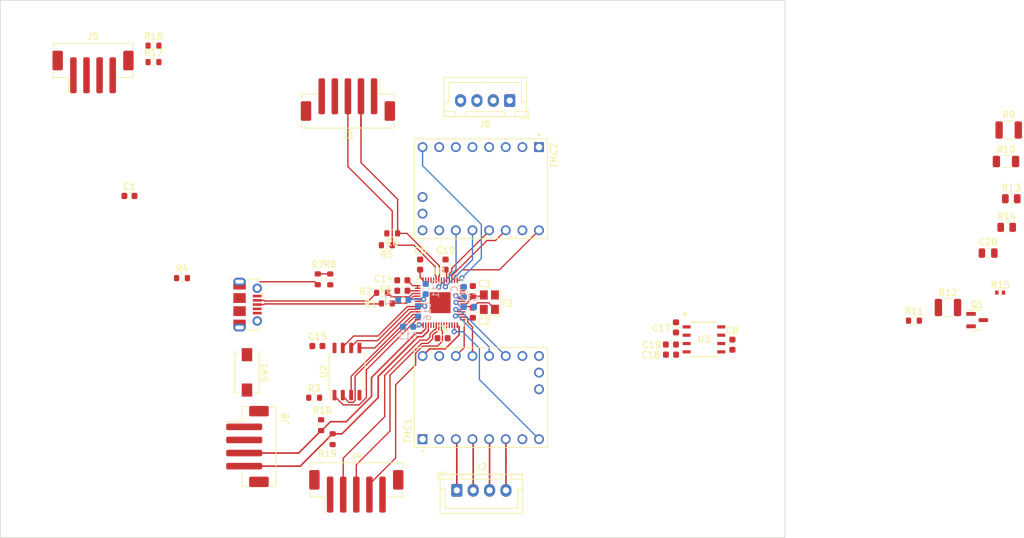
<source format=kicad_pcb>
(kicad_pcb (version 20221018) (generator pcbnew)
  (layers (0 "F.Cu" signal) (1 "In1.Cu" signal) (2 "In2.Cu" signal) (31 "B.Cu" signal) (34 "B.Paste" user) (35 "F.Paste" user) (36 "B.SilkS" user "B.Silkscreen") (37 "F.SilkS" user "F.Silkscreen") (38 "B.Mask" user) (39 "F.Mask" user) (44 "Edge.Cuts" user))
  (net 0 "")
  (net 1 "VBUS")
  (net 2 "GND")
  (net 3 "Net-(U1-XIN)")
  (net 4 "Net-(U1-XOUT)")
  (net 5 "+1V1")
  (net 6 "+3V3")
  (net 7 "+12V")
  (net 8 "Net-(U3-SW)")
  (net 9 "Net-(U3-BOOT)")
  (net 10 "Net-(U3-VCC)")
  (net 11 "/MotorA1B")
  (net 12 "/MotorA1A")
  (net 13 "/MotorA2A")
  (net 14 "/MotorA2B")
  (net 15 "/MotorB1B")
  (net 16 "/MotorB1A")
  (net 17 "/MotorB2A")
  (net 18 "/MotorB2B")
  (net 19 "Net-(D1-A)")
  (net 20 "/PWR/VIN_PHY")
  (net 21 "/USB_P")
  (net 22 "Net-(U1-USB_DP)")
  (net 23 "/USB_N")
  (net 24 "Net-(U1-USB_DM)")
  (net 25 "/~{USB_BOOT}")
  (net 26 "ENCODER_1B")
  (net 27 "ENCODER_1A")
  (net 28 "/USB_DETECT")
  (net 29 "/PWR/+Batt")
  (net 30 "BATT_SENSE_LV")
  (net 31 "Net-(R10-Pad2)")
  (net 32 "BATT_SENSE_HV")
  (net 33 "Net-(R13-Pad2)")
  (net 34 "STEPA")
  (net 36 "UART_TX_A")
  (net 37 "UART_RX_A")
  (net 38 "MS2A")
  (net 39 "MS1A")
  (net 40 "DIRA")
  (net 41 "STEPB")
  (net 43 "UART_TX_B")
  (net 44 "UART_RX_B")
  (net 45 "MS2B")
  (net 46 "MS1B")
  (net 47 "DIRB")
  (net 48 "ENCODER_2A")
  (net 49 "ENCODER_2B")
  (net 50 "ENCODER_2C")
  (net 61 "/QSPI_SD3")
  (net 62 "/QSPI_SCLK")
  (net 63 "/QSPI_SD0")
  (net 64 "/QSPI_SD2")
  (net 65 "/QSPI_SD1")
  (net 69 "/QSPI_SS")
  (net 70 "SDA_PI")
  (net 71 "SCL_PI")
  (net 72 "SDA")
  (net 73 "SCL")
  (footprint "Resistor_SMD:R_0603_1608Metric" (layer "F.Cu") (at 132.15 74.85)
    (fp_text reference "R4")
    (fp_text value "DNF")
  )
  (footprint "Button_Switch_SMD:SW_SPST_EVQPE1" (layer "F.Cu") (at 142.07 89.24 -90)
    (fp_text reference "SW1")
    (fp_text value "SW_SPST")
  )
  (footprint "Capacitor_SMD:C_0805_2012Metric" (layer "F.Cu") (at 255.2242 71.0284)
    (fp_text reference "C20")
    (fp_text value "22uF")
  )
  (footprint "Resistor_SMD:R_0603_1608Metric" (layer "F.Cu") (at 243.8992 81.3484)
    (fp_text reference "R11")
    (fp_text value "33k")
  )
  (footprint "Connector_JST:JST_XH_B4B-XH-A_1x04_P2.50mm_Vertical" (layer "F.Cu") (at 174.11 107.25)
    (fp_text reference "J2")
    (fp_text value "Conn_01x04")
  )
  (footprint "Crystal:Crystal_SMD_3225-4Pin_3.2x2.5mm" (layer "F.Cu") (at 179.0818 78.5192 90)
    (fp_text reference "Y2")
    (fp_text value "Crystal_GND24")
  )
  (footprint "Resistor_SMD:R_0603_1608Metric" (layer "F.Cu") (at 164.2486 68.0212 180)
    (fp_text reference "R6")
    (fp_text value "TBD")
  )
  (footprint "Resistor_SMD:R_0603_1608Metric" (layer "F.Cu") (at 154.7876 75.0448 90)
    (fp_text reference "R8")
    (fp_text value "47k")
  )
  (footprint "Capacitor_SMD:C_0603_1608Metric" (layer "F.Cu") (at 172.3898 72.7834 -90)
    (fp_text reference "C10")
    (fp_text value "100n")
  )
  (footprint "Capacitor_SMD:C_0603_1608Metric" (layer "F.Cu") (at 207.5732 82.3716 -90)
    (fp_text reference "C17")
    (fp_text value "100n")
  )
  (footprint "Capacitor_SMD:C_0603_1608Metric" (layer "F.Cu") (at 165.79 76.78 180)
    (fp_text reference "C6")
    (fp_text value "1u")
  )
  (footprint "Capacitor_SMD:C_0603_1608Metric" (layer "F.Cu") (at 206.8112 86.5372 180)
    (fp_text reference "C18")
    (fp_text value "22u")
  )
  (footprint "Package_TO_SOT_SMD:SOT-23" (layer "F.Cu") (at 253.5542 81.2584)
    (fp_text reference "Q1")
    (fp_text value "Q_PMOS_GSD")
  )
  (footprint "Capacitor_SMD:C_0603_1608Metric" (layer "F.Cu") (at 124.13 62.3)
    (fp_text reference "C1")
    (fp_text value "4u7")
  )
  (footprint "Resistor_SMD:R_1210_3225Metric" (layer "F.Cu") (at 249.0942 79.3384)
    (fp_text reference "R12")
    (fp_text value "2M")
  )
  (footprint "Capacitor_SMD:C_0603_1608Metric" (layer "F.Cu") (at 165.7858 75.184)
    (fp_text reference "C14")
    (fp_text value "1u")
  )
  (footprint "Resistor_SMD:R_0603_1608Metric" (layer "F.Cu") (at 127.8006 41.8684)
    (fp_text reference "R17")
    (fp_text value "4k7")
  )
  (footprint "Resistor_SMD:R_0603_1608Metric" (layer "F.Cu") (at 127.8006 39.3584)
    (fp_text reference "R16")
    (fp_text value "4k7")
  )
  (footprint "L6981:SO8L_L6981N33DR_STM-L" (layer "F.Cu") (at 211.836 84.201)
    (fp_text reference "U3")
    (fp_text value "L6981N33DR")
  )
  (footprint "Capacitor_SMD:C_0603_1608Metric" (layer "F.Cu") (at 168.5036 72.7834 -90)
    (fp_text reference "C5")
    (fp_text value "100n")
  )
  (footprint "Capacitor_SMD:C_0603_1608Metric" (layer "F.Cu") (at 206.7982 84.9878 180)
    (fp_text reference "C19")
    (fp_text value "1u")
  )
  (footprint "Resistor_SMD:R_0603_1608Metric" (layer "F.Cu") (at 163.4236 78.7146)
    (fp_text reference "R1")
    (fp_text value "27R")
  )
  (footprint "Capacitor_SMD:C_0603_1608Metric" (layer "F.Cu") (at 176.5554 80.137 90)
    (fp_text reference "C2")
    (fp_text value "15p")
  )
  (footprint "Resistor_SMD:R_1206_3216Metric" (layer "F.Cu") (at 257.9517 57.0484)
    (fp_text reference "R10")
    (fp_text value "560k")
  )
  (footprint "Capacitor_SMD:C_0603_1608Metric" (layer "F.Cu") (at 216.1838 85.0132 -90)
    (fp_text reference "C8")
    (fp_text value "10u")
  )
  (footprint "Capacitor_SMD:C_0603_1608Metric" (layer "F.Cu") (at 176.5554 76.835 -90)
    (fp_text reference "C3")
    (fp_text value "15p")
  )
  (footprint "Resistor_SMD:R_0603_1608Metric" (layer "F.Cu") (at 152.325 93.11)
    (fp_text reference "R3")
    (fp_text value "1k")
  )
  (footprint "Package_DFN_QFN:QFN-56-1EP_7x7mm_P0.4mm_EP3.2x3.2mm" (layer "F.Cu") (at 171.5625 78.6 90)
    (fp_text reference "U1")
    (fp_text value "RP2040")
  )
  (footprint "Resistor_SMD:R_0402_1005Metric" (layer "F.Cu") (at 257.0642 77.0584)
    (fp_text reference "R15")
    (fp_text value "100k")
  )
  (footprint "Package_SO:SOIC-8_5.23x5.23mm_P1.27mm" (layer "F.Cu") (at 157.34 89.11 90)
    (fp_text reference "U2")
    (fp_text value "W25Q128JVS")
  )
  (footprint "Connector_USB:USB_Micro-B_Molex-105017-0001" (layer "F.Cu") (at 142.1745 78.8924 -90)
    (fp_text reference "J1" hide)
    (fp_text value "USB_B_Micro")
  )
  (footprint "Resistor_SMD:R_0603_1608Metric" (layer "F.Cu") (at 153.3906 97.3074 90)
    (fp_text reference "R18")
    (fp_text value "4k7")
  )
  (footprint "Capacitor_SMD:C_0603_1608Metric" (layer "F.Cu") (at 152.825 85.22)
    (fp_text reference "C15")
    (fp_text value "100n")
  )
  (footprint "Resistor_SMD:R_0805_2012Metric" (layer "F.Cu") (at 258.0617 67.0984)
    (fp_text reference "R14")
    (fp_text value "22k")
  )
  (footprint "Connector_JST:JST_PH_B4B-PH-SM4-TB_1x04-1MP_P2.00mm_Vertical" (layer "F.Cu") (at 118.5706 43.3784)
    (fp_text reference "J5")
    (fp_text value "Conn_01x04")
  )
  (footprint "Resistor_SMD:R_0805_2012Metric" (layer "F.Cu") (at 258.7617 62.7284)
    (fp_text reference "R13")
    (fp_text value "150k")
  )
  (footprint "Resistor_SMD:R_0603_1608Metric" (layer "F.Cu") (at 162.687 77.089)
    (fp_text reference "R2")
    (fp_text value "27R")
  )
  (footprint "Capacitor_SMD:C_0603_1608Metric" (layer "F.Cu") (at 171.9326 84.0232)
    (fp_text reference "C9")
    (fp_text value "100n")
  )
  (footprint "Resistor_SMD:R_0603_1608Metric" (layer "F.Cu") (at 163.4236 69.8246 180)
    (fp_text reference "R5")
    (fp_text value "TBD")
  )
  (footprint "Connector_JST:JST_XH_B4B-XH-A_1x04_P2.50mm_Vertical" (layer "F.Cu") (at 182.18 47.74 180)
    (fp_text reference "J6")
    (fp_text value "Conn_01x04")
  )
  (footprint "Resistor_SMD:R_0603_1608Metric" (layer "F.Cu") (at 155.1432 99.441 -90)
    (fp_text reference "R19")
    (fp_text value "4k7")
  )
  (footprint "Connector_JST:JST_PH_B5B-PH-SM4-TB_1x05-1MP_P2.00mm_Vertical" (layer "F.Cu") (at 158.7632 107.4)
    (fp_text reference "J4")
    (fp_text value "Conn_01x05")
  )
  (footprint "TMC2209_SILENTSTEPSTICK:MODULE_TMC2209_SILENTSTEPSTICK" (layer "F.Cu") (at 177.77 93.09 90)
    (fp_text reference "TMC1")
    (fp_text value "~")
  )
  (footprint "TMC2209_SILENTSTEPSTICK:MODULE_TMC2209_SILENTSTEPSTICK" (layer "F.Cu") (at 177.77 61.2 -90)
    (fp_text reference "TMC2")
    (fp_text value "~")
  )
  (footprint "Connector_JST:JST_PH_B4B-PH-SM4-TB_1x04-1MP_P2.00mm_Vertical" (layer "F.Cu") (at 142.1464 100.5586 -90)
    (fp_text reference "J8")
    (fp_text value "Conn_01x04")
  )
  (footprint "Resistor_SMD:R_0603_1608Metric" (layer "F.Cu") (at 152.8826 75.0316 -90)
    (fp_text reference "R7")
    (fp_text value "27k")
  )
  (footprint "Resistor_SMD:R_1210_3225Metric" (layer "F.Cu") (at 258.3642 52.2384)
    (fp_text reference "R9")
    (fp_text value "2M")
  )
  (footprint "Connector_JST:JST_PH_B5B-PH-SM4-TB_1x05-1MP_P2.00mm_Vertical" (layer "F.Cu") (at 157.48 47.59 180)
    (fp_text reference "J3")
    (fp_text value "Conn_01x05")
  )
  (footprint "Capacitor_SMD:C_0603_1608Metric" (layer "B.Cu") (at 169.36 76.515 -90)
    (fp_text reference "C11")
    (fp_text value "100n")
  )
  (footprint "Capacitor_SMD:C_0603_1608Metric" (layer "B.Cu") (at 175.1838 76.962 -90)
    (fp_text reference "C4")
    (fp_text value "100n")
  )
  (footprint "Capacitor_SMD:C_0603_1608Metric" (layer "B.Cu") (at 166.6618 82.2706)
    (fp_text reference "C13")
    (fp_text value "100n")
  )
  (footprint "Capacitor_SMD:C_0603_1608Metric" (layer "B.Cu") (at 165.9252 78.1812)
    (fp_text reference "C7")
    (fp_text value "100n")
  )
  (footprint "Capacitor_SMD:C_0603_1608Metric" (layer "B.Cu") (at 175.9588 79.248 180)
    (fp_text reference "C12")
    (fp_text value "100n")
  )
  (footprint "Capacitor_SMD:C_0603_1608Metric" (layer "B.Cu") (at 168.1988 79.9084 90)
    (fp_text reference "C16")
    (fp_text value "100n")
  )
  (gr_rect (start 104.415 32.44) (end 224.205 114.46) (stroke (width 0.1)) (fill none) (layer "Edge.Cuts"))
  (segment (start 152.436 75.41) (end 143.92 75.41) (width 0.2) (layer "F.Cu") (net 1))
  (segment (start 152.8826 75.8566) (end 152.436 75.41) (width 0.2) (layer "F.Cu") (net 1))
  (segment (start 168.59 72.345) (end 168.54 72.295) (width 0.25) (layer "F.Cu") (net 2))
  (segment (start 176.5554 79.362) (end 177.2982 78.6192) (width 0.2) (layer "F.Cu") (net 3))
  (segment (start 175 79.2) (end 176.3934 79.2) (width 0.2) (layer "F.Cu") (net 3))
  (segment (start 176.3934 79.2) (end 176.5554 79.362) (width 0.2) (layer "F.Cu") (net 3))
  (segment (start 177.2982 78.6192) (end 178.956064 78.6192) (width 0.2) (layer "F.Cu") (net 3))
  (segment (start 179.9318 79.594936) (end 179.9318 79.6192) (width 0.2) (layer "F.Cu") (net 3))
  (segment (start 178.956064 78.6192) (end 179.9318 79.594936) (width 0.2) (layer "F.Cu") (net 3))
  (segment (start 178.041 77.61) (end 178.2318 77.4192) (width 0.2) (layer "F.Cu") (net 4))
  (segment (start 176.5554 77.777074) (end 176.5554 77.61) (width 0.2) (layer "F.Cu") (net 4))
  (segment (start 176.5554 77.61) (end 178.041 77.61) (width 0.2) (layer "F.Cu") (net 4))
  (segment (start 175.532474 78.8) (end 176.5554 77.777074) (width 0.2) (layer "F.Cu") (net 4))
  (segment (start 175 78.8) (end 175.532474 78.8) (width 0.2) (layer "F.Cu") (net 4))
  (segment (start 168.874629 78.8) (end 168.125 78.8) (width 0.2) (layer "F.Cu") (net 5))
  (segment (start 168.125 76.8) (end 166.715 76.8) (width 0.2) (layer "F.Cu") (net 5))
  (segment (start 173.983558 77.55785) (end 173.961145 77.55785) (width 0.2) (layer "F.Cu") (net 5))
  (segment (start 169.208029 79.1334) (end 168.874629 78.8) (width 0.2) (layer "F.Cu") (net 5))
  (segment (start 166.715 76.8) (end 166.585 76.93) (width 0.2) (layer "F.Cu") (net 5))
  (segment (start 174.425708 78) (end 173.983558 77.55785) (width 0.2) (layer "F.Cu") (net 5))
  (segment (start 175 78) (end 174.425708 78) (width 0.2) (layer "F.Cu") (net 5))
  (via (at 173.961145 77.55785) (size 0.8) (drill 0.4) (layers "F.Cu" "B.Cu") (net 5))
  (via (at 169.208029 79.1334) (size 0.8) (drill 0.4) (layers "F.Cu" "B.Cu") (net 5))
  (segment (start 169.208029 79.1334) (end 168.1988 79.1334) (width 0.25) (layer "B.Cu") (net 5))
  (segment (start 175.1838 77.737) (end 174.140295 77.737) (width 0.2) (layer "B.Cu") (net 5))
  (segment (start 174.140295 77.737) (end 173.961145 77.55785) (width 0.2) (layer "B.Cu") (net 5))
  (segment (start 168.9375 82.0125) (end 168.9375 82.0375) (width 0.25) (layer "F.Cu") (net 6))
  (segment (start 168.958004 78) (end 169.04859 78.090586) (width 0.2) (layer "F.Cu") (net 6))
  (segment (start 172.5625 73.7187) (end 172.3898 73.546) (width 0.2) (layer "F.Cu") (net 6))
  (segment (start 168.856769 78.090586) (end 168.547355 78.4) (width 0.2) (layer "F.Cu") (net 6))
  (segment (start 167.3768 76) (end 166.5608 75.184) (width 0.2) (layer "F.Cu") (net 6))
  (segment (start 168.5036 74.7286) (end 168.54 74.765) (width 0.2) (layer "F.Cu") (net 6))
  (segment (start 168.125 76) (end 167.3768 76) (width 0.2) (layer "F.Cu") (net 6))
  (segment (start 168.3512 81.972059) (end 168.897059 81.972059) (width 0.25) (layer "F.Cu") (net 6))
  (segment (start 169.04859 78.090586) (end 168.856769 78.090586) (width 0.2) (layer "F.Cu") (net 6))
  (segment (start 168.5036 73.5584) (end 168.5036 74.7286) (width 0.2) (layer "F.Cu") (net 6))
  (segment (start 173.992615 78.556857) (end 174.149472 78.4) (width 0.2) (layer "F.Cu") (net 6))
  (segment (start 174.149472 78.4) (end 175 78.4) (width 0.2) (layer "F.Cu") (net 6))
  (segment (start 172.5625 75.1625) (end 172.5625 73.7187) (width 0.2) (layer "F.Cu") (net 6))
  (segment (start 168.125 78) (end 168.958004 78) (width 0.2) (layer "F.Cu") (net 6))
  (segment (start 168.125 76.4) (end 168.125 76) (width 0.2) (layer "F.Cu") (net 6))
  (segment (start 168.547355 78.4) (end 168.125 78.4) (width 0.2) (layer "F.Cu") (net 6))
  (segment (start 168.54 74.765) (end 168.9375 75.1625) (width 0.25) (layer "F.Cu") (net 6))
  (segment (start 168.897059 81.972059) (end 168.9375 82.0125) (width 0.25) (layer "F.Cu") (net 6))
  (segment (start 167.693834 78) (end 168.125 78) (width 0.2) (layer "F.Cu") (net 6))
  (via (at 173.992615 78.556857) (size 0.8) (drill 0.4) (layers "F.Cu" "B.Cu") (net 6))
  (via (at 169.04859 78.090586) (size 0.8) (drill 0.4) (layers "F.Cu" "B.Cu") (net 6))
  (via (at 168.3512 81.972059) (size 0.8) (drill 0.4) (layers "F.Cu" "B.Cu") (net 6))
  (segment (start 169.04859 77.60141) (end 169.36 77.29) (width 0.2) (layer "B.Cu") (net 6))
  (segment (start 166.790814 78.090586) (end 166.7002 78.1812) (width 0.2) (layer "B.Cu") (net 6))
  (segment (start 174.683758 79.248) (end 173.992615 78.556857) (width 0.2) (layer "B.Cu") (net 6))
  (segment (start 168.3512 81.972059) (end 168.052659 82.2706) (width 0.25) (layer "B.Cu") (net 6))
  (segment (start 175.1838 79.248) (end 174.683758 79.248) (width 0.2) (layer "B.Cu") (net 6))
  (segment (start 168.052659 82.2706) (end 167.1828 82.2706) (width 0.25) (layer "B.Cu") (net 6))
  (segment (start 169.04859 78.090586) (end 166.790814 78.090586) (width 0.2) (layer "B.Cu") (net 6))
  (segment (start 169.04859 78.090586) (end 169.04859 77.60141) (width 0.2) (layer "B.Cu") (net 6))
  (segment (start 174.11 99.59) (end 173.96 99.44) (width 0.25) (layer "F.Cu") (net 11))
  (segment (start 174.11 107.25) (end 174.11 99.59) (width 0.25) (layer "F.Cu") (net 11))
  (segment (start 176.61 107.25) (end 176.61 99.55) (width 0.25) (layer "F.Cu") (net 12))
  (segment (start 176.61 99.55) (end 176.5 99.44) (width 0.25) (layer "F.Cu") (net 12))
  (segment (start 179.11 99.51) (end 179.04 99.44) (width 0.25) (layer "F.Cu") (net 13))
  (segment (start 179.11 107.25) (end 179.11 99.51) (width 0.25) (layer "F.Cu") (net 13))
  (segment (start 181.61 107.25) (end 181.61 99.47) (width 0.25) (layer "F.Cu") (net 14))
  (segment (start 181.61 99.47) (end 181.58 99.44) (width 0.25) (layer "F.Cu") (net 14))
  (segment (start 162.5208 78.7924) (end 162.5986 78.7146) (width 0.2) (layer "F.Cu") (net 21))
  (segment (start 143.637 78.8924) (end 144.649501 78.8924) (width 0.2) (layer "F.Cu") (net 21))
  (segment (start 144.749501 78.7924) (end 162.5208 78.7924) (width 0.2) (layer "F.Cu") (net 21))
  (segment (start 144.649501 78.8924) (end 144.749501 78.7924) (width 0.2) (layer "F.Cu") (net 21))
  (segment (start 168.125 77.6) (end 167.528148 77.6) (width 0.2) (layer "F.Cu") (net 22))
  (segment (start 166.438948 78.6892) (end 164.274 78.6892) (width 0.2) (layer "F.Cu") (net 22))
  (segment (start 164.274 78.6892) (end 164.2486 78.7146) (width 0.2) (layer "F.Cu") (net 22))
  (segment (start 167.528148 77.6) (end 166.438948 78.6892) (width 0.2) (layer "F.Cu") (net 22))
  (segment (start 144.649501 78.2424) (end 144.749501 78.3424) (width 0.2) (layer "F.Cu") (net 23))
  (segment (start 144.749501 78.3424) (end 160.6086 78.3424) (width 0.2) (layer "F.Cu") (net 23))
  (segment (start 143.637 78.2424) (end 144.649501 78.2424) (width 0.2) (layer "F.Cu") (net 23))
  (segment (start 160.6086 78.3424) (end 161.862 77.089) (width 0.2) (layer "F.Cu") (net 23))
  (segment (start 167.362462 77.2) (end 166.863862 77.6986) (width 0.2) (layer "F.Cu") (net 24))
  (segment (start 168.125 77.2) (end 167.362462 77.2) (width 0.2) (layer "F.Cu") (net 24))
  (segment (start 163.5628 77.1398) (end 163.5628 76.7842) (width 0.2) (layer "F.Cu") (net 24))
  (segment (start 166.863862 77.6986) (end 164.1216 77.6986) (width 0.2) (layer "F.Cu") (net 24))
  (segment (start 164.1216 77.6986) (end 163.5628 77.1398) (width 0.2) (layer "F.Cu") (net 24))
  (segment (start 170.9625 74.630026) (end 170.815 74.482526) (width 0.2) (layer "F.Cu") (net 26))
  (segment (start 169.2786 71.565938) (end 167.537262 69.8246) (width 0.2) (layer "F.Cu") (net 26))
  (segment (start 157.48 57.827818) (end 157.48 47.09) (width 0.2) (layer "F.Cu") (net 26))
  (segment (start 169.2786 71.5902) (end 169.2786 71.565938) (width 0.2) (layer "F.Cu") (net 26))
  (segment (start 170.815 74.482526) (end 170.815 73.1266) (width 0.2) (layer "F.Cu") (net 26))
  (segment (start 170.9625 75.1625) (end 170.9625 74.630026) (width 0.2) (layer "F.Cu") (net 26))
  (segment (start 164.2486 69.8246) (end 164.2486 64.596418) (width 0.2) (layer "F.Cu") (net 26))
  (segment (start 170.815 73.1266) (end 169.2786 71.5902) (width 0.2) (layer "F.Cu") (net 26))
  (segment (start 164.2486 64.596418) (end 157.48 57.827818) (width 0.2) (layer "F.Cu") (net 26))
  (segment (start 167.537262 69.8246) (end 164.2486 69.8246) (width 0.2) (layer "F.Cu") (net 26))
  (segment (start 164.5788 70.1548) (end 164.2486 69.8246) (width 0.2) (layer "F.Cu") (net 26))
  (segment (start 171.45 74.542526) (end 171.45 72.9742) (width 0.2) (layer "F.Cu") (net 27))
  (segment (start 165.0736 68.0212) (end 165.0736 62.8132) (width 0.2) (layer "F.Cu") (net 27))
  (segment (start 171.45 72.9742) (end 166.497 68.0212) (width 0.2) (layer "F.Cu") (net 27))
  (segment (start 171.3625 74.630026) (end 171.45 74.542526) (width 0.2) (layer "F.Cu") (net 27))
  (segment (start 159.48 57.2196) (end 159.48 51.5874) (width 0.2) (layer "F.Cu") (net 27))
  (segment (start 165.0736 62.8132) (end 159.48 57.2196) (width 0.2) (layer "F.Cu") (net 27))
  (segment (start 159.48 47.09) (end 159.48 51.5874) (width 0.25) (layer "F.Cu") (net 27))
  (segment (start 166.497 68.0212) (end 165.0736 68.0212) (width 0.2) (layer "F.Cu") (net 27))
  (segment (start 159.48 51.5874) (end 159.48 50.3) (width 0.2) (layer "F.Cu") (net 27))
  (segment (start 171.3625 75.1625) (end 171.3625 74.630026) (width 0.2) (layer "F.Cu") (net 27))
  (segment (start 152.8826 74.2066) (end 154.7744 74.2066) (width 0.2) (layer "F.Cu") (net 28))
  (segment (start 154.7744 74.2066) (end 154.7876 74.2198) (width 0.2) (layer "F.Cu") (net 28))
  (segment (start 174.46 82.31) (end 174.1875 82.0375) (width 0.25) (layer "F.Cu") (net 34))
  (segment (start 174.46 83.5278) (end 174.46 82.31) (width 0.25) (layer "F.Cu") (net 34))
  (segment (start 169.9712 85.6488) (end 172.339 85.6488) (width 0.25) (layer "F.Cu") (net 34))
  (segment (start 172.339 85.6488) (end 174.46 83.5278) (width 0.25) (layer "F.Cu") (net 34))
  (segment (start 168.88 86.74) (end 169.9712 85.6488) (width 0.25) (layer "F.Cu") (net 34))
  (segment (start 175.23 85.47) (end 173.96 86.74) (width 0.2) (layer "F.Cu") (net 36))
  (segment (start 175 81.2) (end 175.23 81.43) (width 0.2) (layer "F.Cu") (net 36))
  (segment (start 175.23 81.43) (end 175.23 85.47) (width 0.2) (layer "F.Cu") (net 36))
  (segment (start 175 80.8) (end 175.532475 80.8) (width 0.2) (layer "F.Cu") (net 37))
  (segment (start 175.7804 81.5972) (end 176.5 82.3168) (width 0.2) (layer "F.Cu") (net 37))
  (segment (start 175.532475 80.8) (end 175.7804 81.047925) (width 0.2) (layer "F.Cu") (net 37))
  (segment (start 176.5 82.3168) (end 176.5 86.74) (width 0.2) (layer "F.Cu") (net 37))
  (segment (start 175.7804 81.047925) (end 175.7804 81.5972) (width 0.2) (layer "F.Cu") (net 37))
  (segment (start 174.15 80.4) (end 174.35 80.4) (width 0.2) (layer "F.Cu") (net 38))
  (segment (start 173.910001 80.639999) (end 174.15 80.4) (width 0.2) (layer "F.Cu") (net 38))
  (segment (start 174.35 80.4) (end 174.34 80.39) (width 0.2) (layer "F.Cu") (net 38))
  (segment (start 175 80.4) (end 174.35 80.4) (width 0.2) (layer "F.Cu") (net 38))
  (via (at 173.910001 80.639999) (size 0.8) (drill 0.4) (layers "F.Cu" "B.Cu") (net 38))
  (segment (start 173.910001 80.639999) (end 174.329263 80.639999) (width 0.2) (layer "B.Cu") (net 38))
  (segment (start 174.329263 80.639999) (end 179.04 85.350736) (width 0.2) (layer "B.Cu") (net 38))
  (segment (start 179.04 85.350736) (end 179.04 86.74) (width 0.2) (layer "B.Cu") (net 38))
  (segment (start 175 80) (end 174.512673 80) (width 0.2) (layer "F.Cu") (net 39))
  (segment (start 174.311095 79.99) (end 173.963 79.641905) (width 0.2) (layer "F.Cu") (net 39))
  (segment (start 174.502673 79.99) (end 174.311095 79.99) (width 0.2) (layer "F.Cu") (net 39))
  (segment (start 174.512673 80) (end 174.502673 79.99) (width 0.2) (layer "F.Cu") (net 39))
  (via (at 173.963 79.641905) (size 0.8) (drill 0.4) (layers "F.Cu" "B.Cu") (net 39))
  (segment (start 174.481905 79.641905) (end 181.58 86.74) (width 0.2) (layer "B.Cu") (net 39))
  (segment (start 173.963 79.641905) (end 174.481905 79.641905) (width 0.2) (layer "B.Cu") (net 39))
  (segment (start 173.73 83.005402) (end 173.73 82.82) (width 0.2) (layer "F.Cu") (net 40))
  (segment (start 173.7625 82.7875) (end 173.7625 82.0375) (width 0.2) (layer "F.Cu") (net 40))
  (segment (start 173.71447 83.020932) (end 173.73 83.005402) (width 0.2) (layer "F.Cu") (net 40))
  (segment (start 173.73 82.82) (end 173.7625 82.7875) (width 0.2) (layer "F.Cu") (net 40))
  (via (at 173.71447 83.020932) (size 0.8) (drill 0.4) (layers "F.Cu" "B.Cu") (net 40))
  (segment (start 174.998208 83.020932) (end 177.554 85.576725) (width 0.2) (layer "B.Cu") (net 40))
  (segment (start 173.71447 83.020932) (end 174.998208 83.020932) (width 0.2) (layer "B.Cu") (net 40))
  (segment (start 177.554 85.576725) (end 177.554 90.334) (width 0.2) (layer "B.Cu") (net 40))
  (segment (start 177.554 90.334) (end 186.66 99.44) (width 0.2) (layer "B.Cu") (net 40))
  (segment (start 173.7625 74.630026) (end 173.967526 74.425) (width 0.2) (layer "F.Cu") (net 41))
  (segment (start 173.7625 75.1625) (end 173.7625 74.630026) (width 0.2) (layer "F.Cu") (net 41))
  (segment (start 186.6532 67.55) (end 186.66 67.55) (width 0.2) (layer "F.Cu") (net 41))
  (segment (start 174.114 74.425) (end 174.9552 73.5838) (width 0.2) (layer "F.Cu") (net 41))
  (segment (start 174.9552 73.5838) (end 180.6194 73.5838) (width 0.2) (layer "F.Cu") (net 41))
  (segment (start 173.967526 74.425) (end 174.114 74.425) (width 0.2) (layer "F.Cu") (net 41))
  (segment (start 180.6194 73.5838) (end 186.6532 67.55) (width 0.2) (layer "F.Cu") (net 41))
  (segment (start 173.3625 74.46434) (end 178.71344 69.1134) (width 0.2) (layer "F.Cu") (net 43))
  (segment (start 173.3625 75.1625) (end 173.3625 74.46434) (width 0.2) (layer "F.Cu") (net 43))
  (segment (start 180.0166 69.1134) (end 181.58 67.55) (width 0.2) (layer "F.Cu") (net 43))
  (segment (start 178.71344 69.1134) (end 180.0166 69.1134) (width 0.2) (layer "F.Cu") (net 43))
  (segment (start 179.04 67.6702) (end 179.04 67.55) (width 0.2) (layer "F.Cu") (net 44))
  (segment (start 172.9625 74.190762) (end 173.3296 73.823662) (width 0.2) (layer "F.Cu") (net 44))
  (segment (start 173.3296 73.823662) (end 173.3296 73.3806) (width 0.2) (layer "F.Cu") (net 44))
  (segment (start 173.3296 73.3806) (end 179.04 67.6702) (width 0.2) (layer "F.Cu") (net 44))
  (segment (start 172.9625 75.1625) (end 172.9625 74.190762) (width 0.2) (layer "F.Cu") (net 44))
  (segment (start 172.1625 75.97837) (end 172.366177 76.182047) (width 0.2) (layer "F.Cu") (net 45))
  (segment (start 172.1625 75.1625) (end 172.1625 75.97837) (width 0.2) (layer "F.Cu") (net 45))
  (via (at 172.366177 76.182047) (size 0.8) (drill 0.4) (layers "F.Cu" "B.Cu") (net 45))
  (segment (start 172.366177 76.182047) (end 176.5 72.048224) (width 0.2) (layer "B.Cu") (net 45))
  (segment (start 176.5 72.048224) (end 176.5 67.55) (width 0.2) (layer "B.Cu") (net 45))
  (segment (start 171.7625 75.1625) (end 171.7625 75.7097) (width 0.2) (layer "F.Cu") (net 46))
  (segment (start 171.7625 75.7097) (end 171.5516 75.9206) (width 0.2) (layer "F.Cu") (net 46))
  (segment (start 171.366831 76.105369) (end 171.366831 76.199699) (width 0.2) (layer "F.Cu") (net 46))
  (segment (start 171.5516 75.9206) (end 171.366831 76.105369) (width 0.2) (layer "F.Cu") (net 46))
  (via (at 171.366831 76.199699) (size 0.8) (drill 0.4) (layers "F.Cu" "B.Cu") (net 46))
  (segment (start 173.99 73.568274) (end 173.99 67.58) (width 0.2) (layer "B.Cu") (net 46))
  (segment (start 173.99 67.58) (end 173.96 67.55) (width 0.2) (layer "B.Cu") (net 46))
  (segment (start 171.666177 75.892097) (end 173.99 73.568274) (width 0.2) (layer "B.Cu") (net 46))
  (segment (start 171.366831 76.199699) (end 171.666177 75.900353) (width 0.2) (layer "B.Cu") (net 46))
  (segment (start 171.666177 75.900353) (end 171.666177 75.892097) (width 0.2) (layer "B.Cu") (net 46))
  (segment (start 174.4941 75.1625) (end 174.7266 74.93) (width 0.2) (layer "F.Cu") (net 47))
  (segment (start 174.7266 74.93) (end 174.8282 74.8284) (width 0.2) (layer "F.Cu") (net 47))
  (segment (start 174.8282 74.8284) (end 174.879 74.8284) (width 0.2) (layer "F.Cu") (net 47))
  (segment (start 174.1625 75.1625) (end 174.4941 75.1625) (width 0.2) (layer "F.Cu") (net 47))
  (via (at 174.879 74.8284) (size 0.8) (drill 0.4) (layers "F.Cu" "B.Cu") (net 47))
  (segment (start 177.8508 66.6496) (end 168.88 57.6788) (width 0.2) (layer "B.Cu") (net 47))
  (segment (start 168.88 57.6788) (end 168.88 54.85) (width 0.2) (layer "B.Cu") (net 47))
  (segment (start 177.8508 71.8566) (end 177.8508 66.6496) (width 0.2) (layer "B.Cu") (net 47))
  (segment (start 174.879 74.8284) (end 177.8508 71.8566) (width 0.2) (layer "B.Cu") (net 47))
  (segment (start 168.4906 84.3156) (end 163.0934 89.7128) (width 0.2) (layer "F.Cu") (net 48))
  (segment (start 170.0076 83.8654) (end 169.5574 84.3156) (width 0.2) (layer "F.Cu") (net 48))
  (segment (start 170.622652 82.775) (end 170.0076 83.390053) (width 0.2) (layer "F.Cu") (net 48))
  (segment (start 163.0934 96.012) (end 156.7632 102.3422) (width 0.2) (layer "F.Cu") (net 48))
  (segment (start 163.0934 89.7128) (end 163.0934 96.012) (width 0.2) (layer "F.Cu") (net 48))
  (segment (start 170.9625 82.0375) (end 170.9625 82.569974) (width 0.2) (layer "F.Cu") (net 48))
  (segment (start 170.757474 82.775) (end 170.622652 82.775) (width 0.2) (layer "F.Cu") (net 48))
  (segment (start 170.0076 83.390053) (end 170.0076 83.8654) (width 0.2) (layer "F.Cu") (net 48))
  (segment (start 170.9625 82.569974) (end 170.757474 82.775) (width 0.2) (layer "F.Cu") (net 48))
  (segment (start 156.7632 102.3422) (end 156.7632 109.65) (width 0.2) (layer "F.Cu") (net 48))
  (segment (start 169.5574 84.3156) (end 168.4906 84.3156) (width 0.2) (layer "F.Cu") (net 48))
  (segment (start 170.4076 83.555738) (end 170.4076 84.1258) (width 0.2) (layer "F.Cu") (net 49))
  (segment (start 170.788338 83.175) (end 170.4076 83.555738) (width 0.2) (layer "F.Cu") (net 49))
  (segment (start 158.7632 103.3394) (end 158.7632 109.65) (width 0.2) (layer "F.Cu") (net 49))
  (segment (start 169.7164 84.817) (end 168.753438 84.817) (width 0.2) (layer "F.Cu") (net 49))
  (segment (start 163.9062 89.664238) (end 163.9062 98.1964) (width 0.2) (layer "F.Cu") (net 49))
  (segment (start 170.923159 83.175) (end 170.788338 83.175) (width 0.2) (layer "F.Cu") (net 49))
  (segment (start 168.753438 84.817) (end 163.9062 89.664238) (width 0.2) (layer "F.Cu") (net 49))
  (segment (start 171.3625 82.0375) (end 171.3625 82.73566) (width 0.2) (layer "F.Cu") (net 49))
  (segment (start 170.4076 84.1258) (end 169.7164 84.817) (width 0.2) (layer "F.Cu") (net 49))
  (segment (start 171.3625 82.73566) (end 170.923159 83.175) (width 0.2) (layer "F.Cu") (net 49))
  (segment (start 163.9062 98.1964) (end 158.7632 103.3394) (width 0.2) (layer "F.Cu") (net 49))
  (segment (start 167.826 88.079) (end 164.7698 91.1352) (width 0.2) (layer "F.Cu") (net 50))
  (segment (start 171.9076 84.490662) (end 171.181262 85.217) (width 0.2) (layer "F.Cu") (net 50))
  (segment (start 171.7625 82.0375) (end 171.7625 82.804) (width 0.2) (layer "F.Cu") (net 50))
  (segment (start 164.7698 102.3112) (end 160.7632 106.3178) (width 0.2) (layer "F.Cu") (net 50))
  (segment (start 171.181262 85.217) (end 168.919124 85.217) (width 0.2) (layer "F.Cu") (net 50))
  (segment (start 167.826 86.310124) (end 167.826 88.079) (width 0.2) (layer "F.Cu") (net 50))
  (segment (start 171.7625 82.804) (end 171.9076 82.9491) (width 0.2) (layer "F.Cu") (net 50))
  (segment (start 171.9076 82.9491) (end 171.9076 84.490662) (width 0.2) (layer "F.Cu") (net 50))
  (segment (start 160.7632 106.3178) (end 160.7632 109.65) (width 0.2) (layer "F.Cu") (net 50))
  (segment (start 164.7698 91.1352) (end 164.7698 102.3112) (width 0.2) (layer "F.Cu") (net 50))
  (segment (start 168.919124 85.217) (end 167.826 86.310124) (width 0.2) (layer "F.Cu") (net 50))
  (segment (start 156.705 85.343604) (end 156.705 85.51) (width 0.2) (layer "F.Cu") (net 61))
  (segment (start 158.355604 83.693) (end 156.705 85.343604) (width 0.2) (layer "F.Cu") (net 61))
  (segment (start 162.052 83.693) (end 158.355604 83.693) (width 0.2) (layer "F.Cu") (net 61))
  (segment (start 166.545 79.2) (end 162.052 83.693) (width 0.2) (layer "F.Cu") (net 61))
  (segment (start 168.125 79.2) (end 166.545 79.2) (width 0.2) (layer "F.Cu") (net 61))
  (segment (start 161.9827 84.41) (end 158.908604 84.41) (width 0.2) (layer "F.Cu") (net 62))
  (segment (start 168.125 79.6) (end 166.7927 79.6) (width 0.2) (layer "F.Cu") (net 62))
  (segment (start 166.7927 79.6) (end 161.9827 84.41) (width 0.2) (layer "F.Cu") (net 62))
  (segment (start 157.975 85.343604) (end 157.975 85.51) (width 0.2) (layer "F.Cu") (net 62))
  (segment (start 158.908604 84.41) (end 157.975 85.343604) (width 0.2) (layer "F.Cu") (net 62))
  (segment (start 167.0912 80) (end 161.5812 85.51) (width 0.2) (layer "F.Cu") (net 63))
  (segment (start 168.125 80) (end 167.0912 80) (width 0.2) (layer "F.Cu") (net 63))
  (segment (start 161.5812 85.51) (end 159.245 85.51) (width 0.2) (layer "F.Cu") (net 63))
  (segment (start 157.975 89.85184) (end 157.975 92.71) (width 0.2) (layer "F.Cu") (net 64))
  (segment (start 167.42684 80.4) (end 157.975 89.85184) (width 0.2) (layer "F.Cu") (net 64))
  (segment (start 168.125 80.4) (end 167.42684 80.4) (width 0.2) (layer "F.Cu") (net 64))
  (segment (start 158.575 89.817526) (end 158.575 93.546396) (width 0.2) (layer "F.Cu") (net 65))
  (segment (start 156.705 92.876396) (end 156.705 92.71) (width 0.2) (layer "F.Cu") (net 65))
  (segment (start 158.575 93.546396) (end 158.311396 93.81) (width 0.2) (layer "F.Cu") (net 65))
  (segment (start 168.125 80.8) (end 167.592526 80.8) (width 0.2) (layer "F.Cu") (net 65))
  (segment (start 167.592526 80.8) (end 158.575 89.817526) (width 0.2) (layer "F.Cu") (net 65))
  (segment (start 158.311396 93.81) (end 157.638604 93.81) (width 0.2) (layer "F.Cu") (net 65))
  (segment (start 157.638604 93.81) (end 156.705 92.876396) (width 0.2) (layer "F.Cu") (net 65))
  (segment (start 168.125 81.2) (end 167.962738 81.2) (width 0.2) (layer "F.Cu") (net 69))
  (segment (start 155.435 92.876396) (end 155.435 92.71) (width 0.2) (layer "F.Cu") (net 69))
  (segment (start 159.181396 94.21) (end 156.768604 94.21) (width 0.2) (layer "F.Cu") (net 69))
  (segment (start 160.2994 88.863338) (end 160.2994 93.091996) (width 0.2) (layer "F.Cu") (net 69))
  (segment (start 156.768604 94.21) (end 155.435 92.876396) (width 0.2) (layer "F.Cu") (net 69))
  (segment (start 167.962738 81.2) (end 160.2994 88.863338) (width 0.2) (layer "F.Cu") (net 69))
  (segment (start 160.2994 93.091996) (end 159.181396 94.21) (width 0.2) (layer "F.Cu") (net 69))
  (segment (start 141.6464 101.5586) (end 149.9644 101.5586) (width 0.25) (layer "F.Cu") (net 72))
  (segment (start 154.813 96.774) (end 157.218437 96.774) (width 0.25) (layer "F.Cu") (net 72))
  (segment (start 161.0868 92.905637) (end 161.0868 90.0176) (width 0.25) (layer "F.Cu") (net 72))
  (segment (start 153.4546 98.1324) (end 154.813 96.774) (width 0.25) (layer "F.Cu") (net 72))
  (segment (start 149.9644 101.5586) (end 153.3906 98.1324) (width 0.25) (layer "F.Cu") (net 72))
  (segment (start 153.3906 98.1324) (end 153.4546 98.1324) (width 0.25) (layer "F.Cu") (net 72))
  (segment (start 168.696674 83.2358) (end 169.157474 82.775) (width 0.25) (layer "F.Cu") (net 72))
  (segment (start 167.8686 83.2358) (end 168.696674 83.2358) (width 0.25) (layer "F.Cu") (net 72))
  (segment (start 169.3625 82.569974) (end 169.3625 82.0375) (width 0.2) (layer "F.Cu") (net 72))
  (segment (start 157.218437 96.774) (end 161.0868 92.905637) (width 0.25) (layer "F.Cu") (net 72))
  (segment (start 161.0868 90.0176) (end 167.8686 83.2358) (width 0.25) (layer "F.Cu") (net 72))
  (segment (start 169.157474 82.775) (end 169.3625 82.569974) (width 0.2) (layer "F.Cu") (net 72))
  (segment (start 155.1432 98.616) (end 156.5778 98.616) (width 0.25) (layer "F.Cu") (net 73))
  (segment (start 150.2006 103.5586) (end 155.1432 98.616) (width 0.25) (layer "F.Cu") (net 73))
  (segment (start 162.1028 93.091) (end 162.1028 89.8652) (width 0.25) (layer "F.Cu") (net 73))
  (segment (start 168.1734 83.7946) (end 168.8846 83.7946) (width 0.25) (layer "F.Cu") (net 73))
  (segment (start 169.7625 82.0375) (end 169.7625 82.9167) (width 0.2) (layer "F.Cu") (net 73))
  (segment (start 141.6464 103.5586) (end 150.2006 103.5586) (width 0.25) (layer "F.Cu") (net 73))
  (segment (start 168.8846 83.7946) (end 169.7625 82.9167) (width 0.25) (layer "F.Cu") (net 73))
  (segment (start 169.7625 82.9167) (end 169.7625 82.7278) (width 0.25) (layer "F.Cu") (net 73))
  (segment (start 162.1028 89.8652) (end 168.1734 83.7946) (width 0.25) (layer "F.Cu") (net 73))
  (segment (start 156.5778 98.616) (end 162.1028 93.091) (width 0.25) (layer "F.Cu") (net 73))
)
</source>
